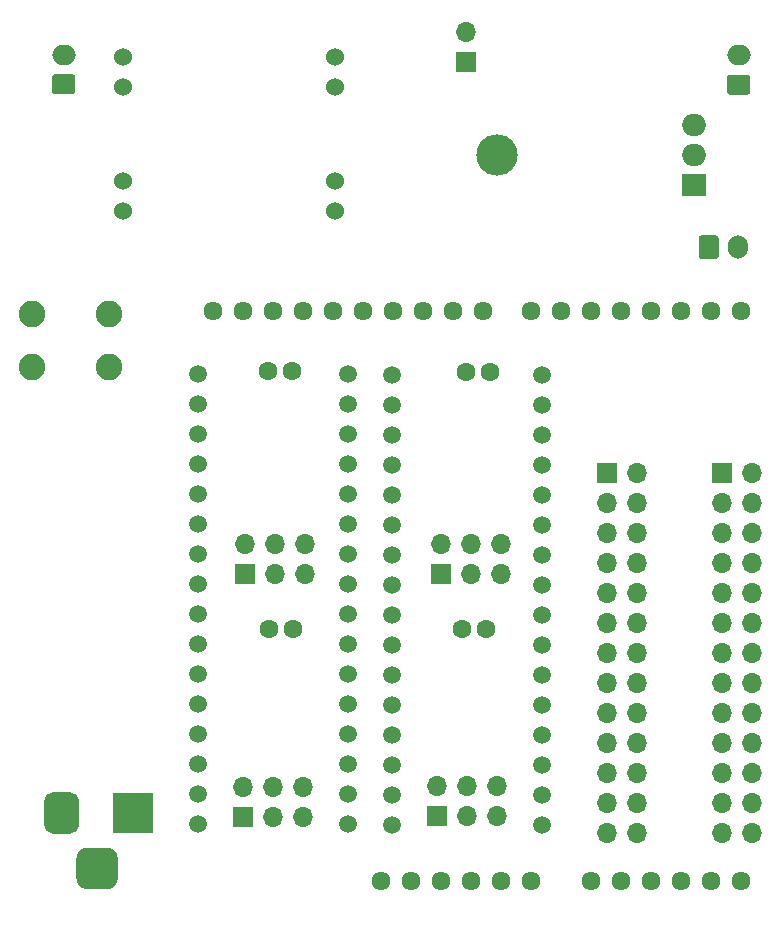
<source format=gbs>
%TF.GenerationSoftware,KiCad,Pcbnew,5.1.6-c6e7f7d~87~ubuntu20.04.1*%
%TF.CreationDate,2021-10-29T23:24:48+02:00*%
%TF.ProjectId,sb-cnc-shield,73622d63-6e63-42d7-9368-69656c642e6b,rev?*%
%TF.SameCoordinates,Original*%
%TF.FileFunction,Soldermask,Bot*%
%TF.FilePolarity,Negative*%
%FSLAX46Y46*%
G04 Gerber Fmt 4.6, Leading zero omitted, Abs format (unit mm)*
G04 Created by KiCad (PCBNEW 5.1.6-c6e7f7d~87~ubuntu20.04.1) date 2021-10-29 23:24:48*
%MOMM*%
%LPD*%
G01*
G04 APERTURE LIST*
%ADD10O,2.000000X1.700000*%
%ADD11C,1.610000*%
%ADD12C,2.250000*%
%ADD13C,1.510000*%
%ADD14R,3.500000X3.500000*%
%ADD15C,1.600000*%
%ADD16R,1.700000X1.700000*%
%ADD17O,1.700000X1.700000*%
%ADD18O,3.500000X3.500000*%
%ADD19R,2.000000X1.905000*%
%ADD20O,2.000000X1.905000*%
%ADD21O,1.700000X2.000000*%
%ADD22C,1.524000*%
G04 APERTURE END LIST*
%TO.C,pi_5V1*%
G36*
G01*
X120790000Y-50583200D02*
X119290000Y-50583200D01*
G75*
G02*
X119040000Y-50333200I0J250000D01*
G01*
X119040000Y-49133200D01*
G75*
G02*
X119290000Y-48883200I250000J0D01*
G01*
X120790000Y-48883200D01*
G75*
G02*
X121040000Y-49133200I0J-250000D01*
G01*
X121040000Y-50333200D01*
G75*
G02*
X120790000Y-50583200I-250000J0D01*
G01*
G37*
D10*
X120040000Y-47233200D03*
%TD*%
D11*
%TO.C,U1*%
X177358000Y-117180000D03*
X174818000Y-117180000D03*
X172278000Y-117180000D03*
X164658000Y-117180000D03*
X167198000Y-117180000D03*
X169738000Y-117180000D03*
X159578000Y-117180000D03*
X157038000Y-117180000D03*
X154498000Y-117180000D03*
X149418000Y-117180000D03*
X146878000Y-117180000D03*
X177358000Y-68920000D03*
X174818000Y-68920000D03*
X172278000Y-68920000D03*
X169738000Y-68920000D03*
X167198000Y-68920000D03*
X164658000Y-68920000D03*
X162118000Y-68920000D03*
X159578000Y-68920000D03*
X155514000Y-68920000D03*
X152974000Y-68920000D03*
X150434000Y-68920000D03*
X147894000Y-68920000D03*
X145354000Y-68920000D03*
X142814000Y-68920000D03*
X140274000Y-68920000D03*
X137734000Y-68920000D03*
X151958000Y-117180000D03*
X135194000Y-68920000D03*
X132654000Y-68920000D03*
%TD*%
D12*
%TO.C,SW1*%
X117348000Y-73689600D03*
X123848000Y-73689600D03*
X117348000Y-69189600D03*
X123848000Y-69189600D03*
%TD*%
D13*
%TO.C,U2*%
X131445000Y-74295000D03*
X131445000Y-76835000D03*
X131445000Y-79375000D03*
X131445000Y-81915000D03*
X131445000Y-84455000D03*
X131445000Y-86995000D03*
X131445000Y-89535000D03*
X131445000Y-92075000D03*
X144145000Y-92075000D03*
X144145000Y-89535000D03*
X144145000Y-86995000D03*
X144145000Y-84455000D03*
X144145000Y-81915000D03*
X144145000Y-79375000D03*
X144145000Y-76835000D03*
X144145000Y-74295000D03*
%TD*%
%TO.C,U4*%
X131445000Y-94615000D03*
X131445000Y-97155000D03*
X131445000Y-99695000D03*
X131445000Y-102235000D03*
X131445000Y-104775000D03*
X131445000Y-107315000D03*
X131445000Y-109855000D03*
X131445000Y-112395000D03*
X144145000Y-112395000D03*
X144145000Y-109855000D03*
X144145000Y-107315000D03*
X144145000Y-104775000D03*
X144145000Y-102235000D03*
X144145000Y-99695000D03*
X144145000Y-97155000D03*
X144145000Y-94615000D03*
%TD*%
%TO.C,U5*%
X147879000Y-94691200D03*
X147879000Y-97231200D03*
X147879000Y-99771200D03*
X147879000Y-102311200D03*
X147879000Y-104851200D03*
X147879000Y-107391200D03*
X147879000Y-109931200D03*
X147879000Y-112471200D03*
X160579000Y-112471200D03*
X160579000Y-109931200D03*
X160579000Y-107391200D03*
X160579000Y-104851200D03*
X160579000Y-102311200D03*
X160579000Y-99771200D03*
X160579000Y-97231200D03*
X160579000Y-94691200D03*
%TD*%
%TO.C,U3*%
X147803000Y-74371200D03*
X147803000Y-76911200D03*
X147803000Y-79451200D03*
X147803000Y-81991200D03*
X147803000Y-84531200D03*
X147803000Y-87071200D03*
X147803000Y-89611200D03*
X147803000Y-92151200D03*
X160503000Y-92151200D03*
X160503000Y-89611200D03*
X160503000Y-87071200D03*
X160503000Y-84531200D03*
X160503000Y-81991200D03*
X160503000Y-79451200D03*
X160503000Y-76911200D03*
X160503000Y-74371200D03*
%TD*%
D14*
%TO.C,P8*%
X125868000Y-111430000D03*
G36*
G01*
X118368000Y-112430000D02*
X118368000Y-110430000D01*
G75*
G02*
X119118000Y-109680000I750000J0D01*
G01*
X120618000Y-109680000D01*
G75*
G02*
X121368000Y-110430000I0J-750000D01*
G01*
X121368000Y-112430000D01*
G75*
G02*
X120618000Y-113180000I-750000J0D01*
G01*
X119118000Y-113180000D01*
G75*
G02*
X118368000Y-112430000I0J750000D01*
G01*
G37*
G36*
G01*
X121118000Y-117005000D02*
X121118000Y-115255000D01*
G75*
G02*
X121993000Y-114380000I875000J0D01*
G01*
X123743000Y-114380000D01*
G75*
G02*
X124618000Y-115255000I0J-875000D01*
G01*
X124618000Y-117005000D01*
G75*
G02*
X123743000Y-117880000I-875000J0D01*
G01*
X121993000Y-117880000D01*
G75*
G02*
X121118000Y-117005000I0J875000D01*
G01*
G37*
%TD*%
D15*
%TO.C,C1*%
X137368000Y-74046100D03*
X139368000Y-74046100D03*
%TD*%
%TO.C,C2*%
X156122000Y-74117200D03*
X154122000Y-74117200D03*
%TD*%
%TO.C,C3*%
X137464000Y-95844400D03*
X139464000Y-95844400D03*
%TD*%
%TO.C,C4*%
X155766000Y-95844400D03*
X153766000Y-95844400D03*
%TD*%
D16*
%TO.C,P10*%
X154102000Y-47879000D03*
D17*
X154102000Y-45339000D03*
%TD*%
D18*
%TO.C,Q0*%
X156720000Y-55727600D03*
D19*
X173380000Y-58267600D03*
D20*
X173380000Y-55727600D03*
X173380000Y-53187600D03*
%TD*%
%TO.C,l_pwr1*%
G36*
G01*
X177940400Y-50634000D02*
X176440400Y-50634000D01*
G75*
G02*
X176190400Y-50384000I0J250000D01*
G01*
X176190400Y-49184000D01*
G75*
G02*
X176440400Y-48934000I250000J0D01*
G01*
X177940400Y-48934000D01*
G75*
G02*
X178190400Y-49184000I0J-250000D01*
G01*
X178190400Y-50384000D01*
G75*
G02*
X177940400Y-50634000I-250000J0D01*
G01*
G37*
D10*
X177190400Y-47284000D03*
%TD*%
D21*
%TO.C,Pump1*%
X177150000Y-63525400D03*
G36*
G01*
X173800000Y-64275400D02*
X173800000Y-62775400D01*
G75*
G02*
X174050000Y-62525400I250000J0D01*
G01*
X175250000Y-62525400D01*
G75*
G02*
X175500000Y-62775400I0J-250000D01*
G01*
X175500000Y-64275400D01*
G75*
G02*
X175250000Y-64525400I-250000J0D01*
G01*
X174050000Y-64525400D01*
G75*
G02*
X173800000Y-64275400I0J250000D01*
G01*
G37*
%TD*%
D16*
%TO.C,conn26_1*%
X166030000Y-82651600D03*
D17*
X168570000Y-82651600D03*
X166030000Y-85191600D03*
X168570000Y-85191600D03*
X166030000Y-87731600D03*
X168570000Y-87731600D03*
X166030000Y-90271600D03*
X168570000Y-90271600D03*
X166030000Y-92811600D03*
X168570000Y-92811600D03*
X166030000Y-95351600D03*
X168570000Y-95351600D03*
X166030000Y-97891600D03*
X168570000Y-97891600D03*
X166030000Y-100431600D03*
X168570000Y-100431600D03*
X166030000Y-102971600D03*
X168570000Y-102971600D03*
X166030000Y-105511600D03*
X168570000Y-105511600D03*
X166030000Y-108051600D03*
X168570000Y-108051600D03*
X166030000Y-110591600D03*
X168570000Y-110591600D03*
X166030000Y-113131600D03*
X168570000Y-113131600D03*
%TD*%
D16*
%TO.C,conn26_0*%
X175743000Y-82651600D03*
D17*
X178283000Y-82651600D03*
X175743000Y-85191600D03*
X178283000Y-85191600D03*
X175743000Y-87731600D03*
X178283000Y-87731600D03*
X175743000Y-90271600D03*
X178283000Y-90271600D03*
X175743000Y-92811600D03*
X178283000Y-92811600D03*
X175743000Y-95351600D03*
X178283000Y-95351600D03*
X175743000Y-97891600D03*
X178283000Y-97891600D03*
X175743000Y-100431600D03*
X178283000Y-100431600D03*
X175743000Y-102971600D03*
X178283000Y-102971600D03*
X175743000Y-105511600D03*
X178283000Y-105511600D03*
X175743000Y-108051600D03*
X178283000Y-108051600D03*
X175743000Y-110591600D03*
X178283000Y-110591600D03*
X175743000Y-113131600D03*
X178283000Y-113131600D03*
%TD*%
D16*
%TO.C,MSA1*%
X151613000Y-111709000D03*
D17*
X151613000Y-109169000D03*
X154153000Y-111709000D03*
X154153000Y-109169000D03*
X156693000Y-111709000D03*
X156693000Y-109169000D03*
%TD*%
D16*
%TO.C,MSY1*%
X151968000Y-91211400D03*
D17*
X151968000Y-88671400D03*
X154508000Y-91211400D03*
X154508000Y-88671400D03*
X157048000Y-91211400D03*
X157048000Y-88671400D03*
%TD*%
%TO.C,MSZ1*%
X140335000Y-109195000D03*
X140335000Y-111735000D03*
X137795000Y-109195000D03*
X137795000Y-111735000D03*
X135255000Y-109195000D03*
D16*
X135255000Y-111735000D03*
%TD*%
%TO.C,MSX1*%
X135357000Y-91211400D03*
D17*
X135357000Y-88671400D03*
X137897000Y-91211400D03*
X137897000Y-88671400D03*
X140437000Y-91211400D03*
X140437000Y-88671400D03*
%TD*%
D22*
%TO.C,MP1584EN_DC-DC1*%
X143035800Y-47384200D03*
X143035800Y-49924200D03*
X143035800Y-57924200D03*
X143035800Y-60464200D03*
X125035800Y-57924200D03*
X125035800Y-60464200D03*
X125035800Y-49924200D03*
X125035800Y-47384200D03*
%TD*%
M02*

</source>
